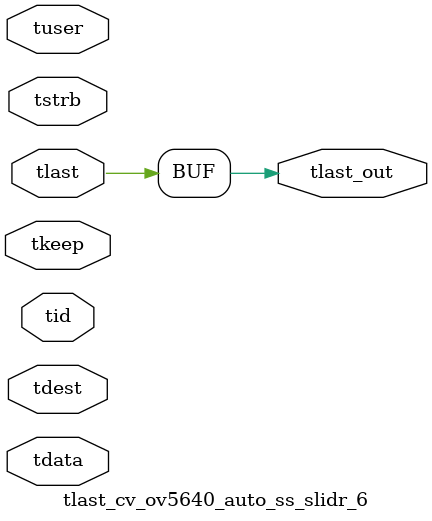
<source format=v>


`timescale 1ps/1ps

module tlast_cv_ov5640_auto_ss_slidr_6 #
(
parameter C_S_AXIS_TID_WIDTH   = 1,
parameter C_S_AXIS_TUSER_WIDTH = 0,
parameter C_S_AXIS_TDATA_WIDTH = 0,
parameter C_S_AXIS_TDEST_WIDTH = 0
)
(
input  [(C_S_AXIS_TID_WIDTH   == 0 ? 1 : C_S_AXIS_TID_WIDTH)-1:0       ] tid,
input  [(C_S_AXIS_TDATA_WIDTH == 0 ? 1 : C_S_AXIS_TDATA_WIDTH)-1:0     ] tdata,
input  [(C_S_AXIS_TUSER_WIDTH == 0 ? 1 : C_S_AXIS_TUSER_WIDTH)-1:0     ] tuser,
input  [(C_S_AXIS_TDEST_WIDTH == 0 ? 1 : C_S_AXIS_TDEST_WIDTH)-1:0     ] tdest,
input  [(C_S_AXIS_TDATA_WIDTH/8)-1:0 ] tkeep,
input  [(C_S_AXIS_TDATA_WIDTH/8)-1:0 ] tstrb,
input  [0:0]                                                             tlast,
output                                                                   tlast_out
);

assign tlast_out = {tlast};

endmodule


</source>
